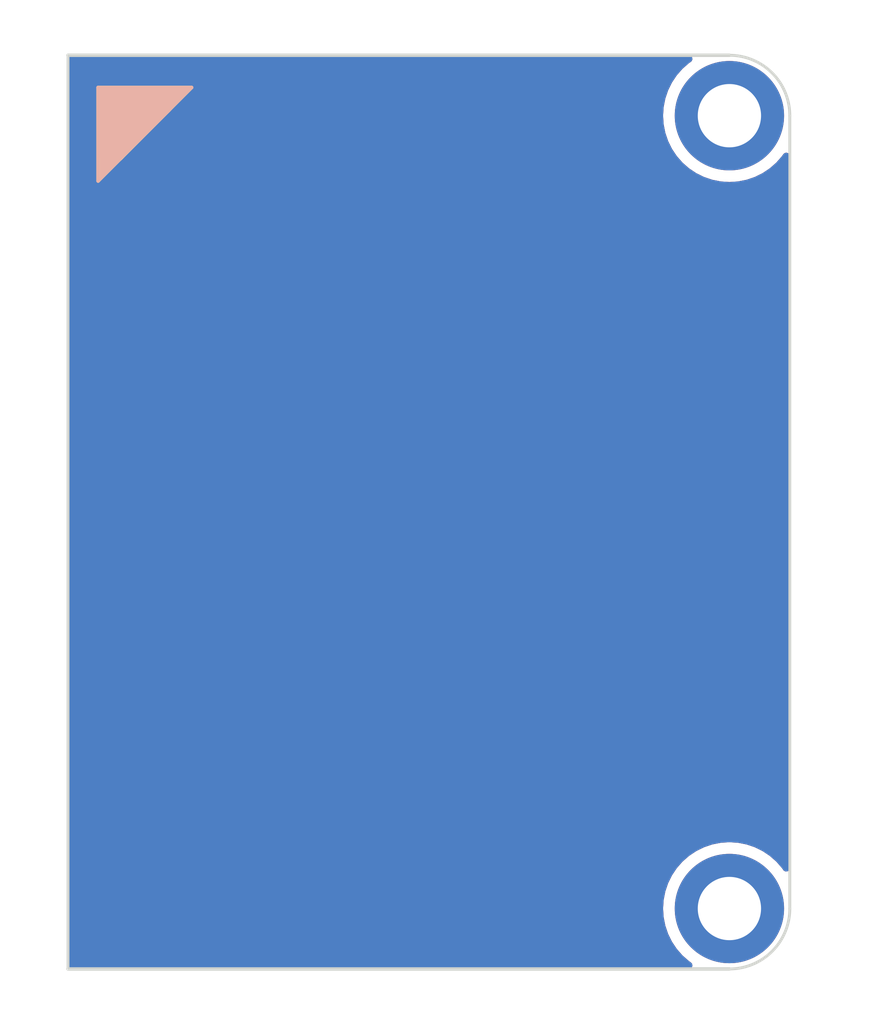
<source format=kicad_pcb>
(kicad_pcb (version 20221018) (generator pcbnew)
  (layers (0 "F.Cu" signal) (31 "B.Cu" signal) (34 "B.Paste" user) (35 "F.Paste" user) (36 "B.SilkS" user "B.Silkscreen") (37 "F.SilkS" user "F.Silkscreen") (38 "B.Mask" user) (39 "F.Mask" user) (44 "Edge.Cuts" user))
  (net 0 "")
  (footprint "DreaM117er-keebLibrary:MCU_RP2040SuperMini_SMD" (layer "F.Cu") (at 136.53 53.8208)
    (fp_text reference "U2" hide)
    (fp_text value "MCU_Right" hide)
    (fp_line (start -9.4 -10.63) (end -9.4 -7.38) (stroke (width 0.12)) (layer "B.SilkS"))
    (fp_line (start -9.3 -10.43) (end -9.3 -9.79) (stroke (width 0.15)) (layer "B.SilkS"))
    (fp_line (start -9.27 -8.19) (end -9.27 -7.55) (stroke (width 0.15)) (layer "B.SilkS"))
    (fp_line (start -9.15 -8.35) (end -9.15 -7.71) (stroke (width 0.15)) (layer "B.SilkS"))
    (fp_line (start -9.02 -8.47) (end -9.02 -7.83) (stroke (width 0.15)) (layer "B.SilkS"))
    (fp_line (start -8.94 -8.47) (end -7.26 -10.14) (stroke (width 1)) (layer "B.SilkS"))
    (fp_line (start -8.91 -10.11) (end -8.91 -8.63) (stroke (width 1)) (layer "B.SilkS"))
    (fp_line (start -8.91 -8.58) (end -8.91 -7.94) (stroke (width 0.15)) (layer "B.SilkS"))
    (fp_line (start -8.67 -10.51) (end -9.31 -10.51) (stroke (width 0.15)) (layer "B.SilkS"))
    (fp_line (start -7.26 -10.14) (end -8.74 -10.14) (stroke (width 1)) (layer "B.SilkS"))
    (fp_line (start -6.69 -10.17) (end -7.33 -10.17) (stroke (width 0.15)) (layer "B.SilkS"))
    (fp_line (start -6.56 -10.3) (end -7.2 -10.3) (stroke (width 0.15)) (layer "B.SilkS"))
    (fp_line (start -6.42 -10.42) (end -7.06 -10.42) (stroke (width 0.15)) (layer "B.SilkS"))
    (fp_line (start -6.33 -10.54) (end -6.97 -10.54) (stroke (width 0.15)) (layer "B.SilkS"))
    (fp_line (start -6.15 -10.63) (end -9.4 -10.63) (stroke (width 0.12)) (layer "B.SilkS"))
    (fp_line (start -6.15 -10.63) (end -9.4 -7.38) (stroke (width 0.12)) (layer "B.SilkS"))
    (fp_line (start -9.4 -10.63) (end -6.15 -10.63) (stroke (width 0.12)) (layer "F.SilkS"))
    (fp_line (start -9.4 -7.38) (end -9.4 -10.63) (stroke (width 0.12)) (layer "F.SilkS"))
    (fp_line (start -9.4 -7.38) (end -6.15 -10.63) (stroke (width 0.12)) (layer "F.SilkS"))
    (fp_line (start -9.31 -7.56) (end -9.31 -8.2) (stroke (width 0.15)) (layer "F.SilkS"))
    (fp_line (start -9.28 -9.9) (end -9.28 -10.54) (stroke (width 0.15)) (layer "F.SilkS"))
    (fp_line (start -9.2 -10.53) (end -8.56 -10.53) (stroke (width 0.15)) (layer "F.SilkS"))
    (fp_line (start -9.19 -7.65) (end -9.19 -8.29) (stroke (width 0.15)) (layer "F.SilkS"))
    (fp_line (start -9.07 -7.79) (end -9.07 -8.43) (stroke (width 0.15)) (layer "F.SilkS"))
    (fp_line (start -8.94 -7.92) (end -8.94 -8.56) (stroke (width 0.15)) (layer "F.SilkS"))
    (fp_line (start -8.91 -8.49) (end -8.91 -9.97) (stroke (width 1)) (layer "F.SilkS"))
    (fp_line (start -8.88 -10.14) (end -7.4 -10.14) (stroke (width 1)) (layer "F.SilkS"))
    (fp_line (start -7.35 -10.14) (end -6.71 -10.14) (stroke (width 0.15)) (layer "F.SilkS"))
    (fp_line (start -7.24 -10.25) (end -6.6 -10.25) (stroke (width 0.15)) (layer "F.SilkS"))
    (fp_line (start -7.24 -10.17) (end -8.91 -8.49) (stroke (width 1)) (layer "F.SilkS"))
    (fp_line (start -7.12 -10.38) (end -6.48 -10.38) (stroke (width 0.15)) (layer "F.SilkS"))
    (fp_line (start -6.96 -10.5) (end -6.32 -10.5) (stroke (width 0.15)) (layer "F.SilkS"))
    (fp_line (start -10.445 -11.75) (end -10.445 20.0064) (stroke (width 0.1)) (layer "Edge.Cuts"))
    (fp_line (start 12.545 -11.75) (end -10.445 -11.75) (stroke (width 0.12)) (layer "Edge.Cuts"))
    (fp_line (start 12.545 20.006) (end -10.445 20.0064) (stroke (width 0.12)) (layer "Edge.Cuts"))
    (fp_line (start 14.645 -9.65) (end 14.645 17.906) (stroke (width 0.1)) (layer "Edge.Cuts"))
    (fp_arc (start 12.545 -11.75) (mid 14.029924 -11.134924) (end 14.645 -9.65) (stroke (width 0.1)) (layer "Edge.Cuts"))
    (fp_arc (start 14.645 17.906) (mid 14.029924 19.390924) (end 12.545 20.006) (stroke (width 0.1)) (layer "Edge.Cuts"))
    (pad "" np_thru_hole circle (at 12.545 -9.65) (size 3.8 3.8) (drill 2.2) (layers "F&B.Cu" "*.Mask"))
    (pad "" np_thru_hole circle (at 12.545 17.906) (size 3.8 3.8) (drill 2.2) (layers "F&B.Cu" "*.Mask"))
  )
  (zone (net 0) (net_name "") (layers "F&B.Cu") (connect_pads (clearance 0.4)) (min_thickness 0.25) (fill yes (thermal_gap 0.5) (thermal_bridge_width 0.5) (island_removal_mode 1) (island_area_min 10))
    (polygon (pts (xy 123.72 40.88) (xy 154.56 40.15) (xy 154.68 75.76) (xy 124.39 75.64)))
  )
)
</source>
